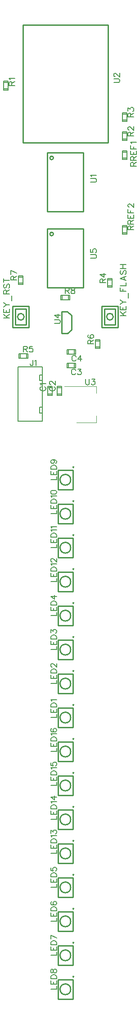
<source format=gto>
G04 Layer: TopSilkLayer*
G04 EasyEDA v6.3.43, 2020-06-07T13:11:06+08:00*
G04 57be81840bc34c5ebe362b8f785087f4,10*
G04 Gerber Generator version 0.2*
G04 Scale: 100 percent, Rotated: No, Reflected: No *
G04 Dimensions in inches *
G04 leading zeros omitted , absolute positions ,2 integer and 4 decimal *
%FSLAX24Y24*%
%MOIN*%
G90*
G70D02*

%ADD10C,0.010000*%
%ADD32C,0.004724*%
%ADD33C,0.007000*%
%ADD34C,0.005080*%
%ADD35C,0.009842*%
%ADD36C,0.006000*%

%LPD*%
G54D10*
G01X3350Y73475D02*
G01X3350Y64815D01*
G01X9650Y64815D01*
G01X9650Y73475D01*
G01X3350Y73475D01*
G01X5948Y22500D02*
G01X5948Y21791D01*
G01X7051Y21791D01*
G01X7051Y23208D01*
G01X5948Y23208D01*
G01X5948Y22500D01*
G54D32*
G01X7322Y44207D02*
G01X8802Y44207D01*
G01X8802Y44704D01*
G01X6436Y46892D02*
G01X8802Y46892D01*
G01X8802Y46396D01*
G54D33*
G01X4800Y44901D02*
G01X4600Y44900D01*
G01X4600Y45350D01*
G01X4800Y45350D01*
G01X3000Y48300D02*
G01X3000Y44300D01*
G01X4800Y44300D01*
G01X4800Y48300D01*
G01X3000Y48300D01*
G01X3000Y48300D01*
G01X4800Y47700D02*
G01X4600Y47700D01*
G01X4600Y47300D01*
G01X4800Y47300D01*
G54D34*
G01X10736Y65076D02*
G01X11063Y65076D01*
G01X11051Y65523D02*
G01X10736Y65523D01*
G01X11063Y65625D02*
G01X11063Y64975D01*
G01X11063Y64975D02*
G01X10736Y64975D01*
G01X10736Y64975D02*
G01X10736Y65625D01*
G01X10736Y65625D02*
G01X11063Y65625D01*
G01X10736Y66476D02*
G01X11063Y66476D01*
G01X11051Y66923D02*
G01X10736Y66923D01*
G01X11063Y67025D02*
G01X11063Y66375D01*
G01X11063Y66375D02*
G01X10736Y66375D01*
G01X10736Y66375D02*
G01X10736Y67025D01*
G01X10736Y67025D02*
G01X11063Y67025D01*
G01X9963Y54723D02*
G01X9636Y54723D01*
G01X9648Y54276D02*
G01X9963Y54276D01*
G01X9636Y54175D02*
G01X9636Y54825D01*
G01X9636Y54825D02*
G01X9963Y54825D01*
G01X9963Y54825D02*
G01X9963Y54175D01*
G01X9963Y54175D02*
G01X9636Y54175D01*
G01X3623Y48936D02*
G01X3623Y49263D01*
G01X3176Y49252D02*
G01X3176Y48936D01*
G01X3075Y49263D02*
G01X3725Y49263D01*
G01X3725Y49263D02*
G01X3725Y48936D01*
G01X3725Y48936D02*
G01X3075Y48936D01*
G01X3075Y48936D02*
G01X3075Y49263D01*
G01X9063Y50223D02*
G01X8736Y50223D01*
G01X8748Y49776D02*
G01X9063Y49776D01*
G01X8736Y49675D02*
G01X8736Y50325D01*
G01X8736Y50325D02*
G01X9063Y50325D01*
G01X9063Y50325D02*
G01X9063Y49675D01*
G01X9063Y49675D02*
G01X8736Y49675D01*
G01X3363Y54923D02*
G01X3036Y54923D01*
G01X3048Y54476D02*
G01X3363Y54476D01*
G01X3036Y54375D02*
G01X3036Y55025D01*
G01X3036Y55025D02*
G01X3363Y55025D01*
G01X3363Y55025D02*
G01X3363Y54375D01*
G01X3363Y54375D02*
G01X3036Y54375D01*
G01X1936Y68796D02*
G01X2263Y68796D01*
G01X2251Y69244D02*
G01X1936Y69244D01*
G01X2263Y69344D02*
G01X2263Y68694D01*
G01X2263Y68694D02*
G01X1936Y68694D01*
G01X1936Y68694D02*
G01X1936Y69344D01*
G01X1936Y69344D02*
G01X2263Y69344D01*
G54D35*
G01X10390Y52789D02*
G01X10390Y51215D01*
G01X9208Y51215D01*
G01X9208Y52789D01*
G01X10390Y52789D01*
G01X10194Y52586D02*
G01X10194Y51405D01*
G01X9406Y51405D01*
G01X9406Y52586D01*
G01X10194Y52586D01*
G01X2609Y51210D02*
G01X2609Y52784D01*
G01X3791Y52784D01*
G01X3791Y51210D01*
G01X2609Y51210D01*
G01X2805Y51413D02*
G01X2805Y52594D01*
G01X3593Y52594D01*
G01X3593Y51413D01*
G01X2805Y51413D01*
G54D10*
G01X6212Y50788D02*
G01X6212Y52379D01*
G01X6610Y52379D01*
G01X6618Y52375D02*
G01X6968Y52107D01*
G01X6968Y51044D01*
G01X6645Y50788D01*
G01X6212Y50788D01*
G54D34*
G01X6723Y53236D02*
G01X6723Y53563D01*
G01X6276Y53552D02*
G01X6276Y53236D01*
G01X6175Y53563D02*
G01X6825Y53563D01*
G01X6825Y53563D02*
G01X6825Y53236D01*
G01X6825Y53236D02*
G01X6175Y53236D01*
G01X6175Y53236D02*
G01X6175Y53563D01*
G54D10*
G01X5948Y25000D02*
G01X5948Y24291D01*
G01X7051Y24291D01*
G01X7051Y25708D01*
G01X5948Y25708D01*
G01X5948Y25000D01*
G01X5948Y27500D02*
G01X5948Y26791D01*
G01X7051Y26791D01*
G01X7051Y28208D01*
G01X5948Y28208D01*
G01X5948Y27500D01*
G01X5948Y30000D02*
G01X5948Y29291D01*
G01X7051Y29291D01*
G01X7051Y30708D01*
G01X5948Y30708D01*
G01X5948Y30000D01*
G01X5948Y10000D02*
G01X5948Y9291D01*
G01X7051Y9291D01*
G01X7051Y10708D01*
G01X5948Y10708D01*
G01X5948Y10000D01*
G01X5948Y7500D02*
G01X5948Y6791D01*
G01X7051Y6791D01*
G01X7051Y8208D01*
G01X5948Y8208D01*
G01X5948Y7500D01*
G01X5948Y5000D02*
G01X5948Y4291D01*
G01X7051Y4291D01*
G01X7051Y5708D01*
G01X5948Y5708D01*
G01X5948Y5000D01*
G01X5948Y2500D02*
G01X5948Y1791D01*
G01X7051Y1791D01*
G01X7051Y3208D01*
G01X5948Y3208D01*
G01X5948Y2500D01*
G01X5948Y40000D02*
G01X5948Y39291D01*
G01X7051Y39291D01*
G01X7051Y40708D01*
G01X5948Y40708D01*
G01X5948Y40000D01*
G01X5948Y37500D02*
G01X5948Y36791D01*
G01X7051Y36791D01*
G01X7051Y38208D01*
G01X5948Y38208D01*
G01X5948Y37500D01*
G01X5948Y35000D02*
G01X5948Y34291D01*
G01X7051Y34291D01*
G01X7051Y35708D01*
G01X5948Y35708D01*
G01X5948Y35000D01*
G01X5948Y32500D02*
G01X5948Y31791D01*
G01X7051Y31791D01*
G01X7051Y33208D01*
G01X5948Y33208D01*
G01X5948Y32500D01*
G01X5948Y12500D02*
G01X5948Y11791D01*
G01X7051Y11791D01*
G01X7051Y13208D01*
G01X5948Y13208D01*
G01X5948Y12500D01*
G01X5948Y15000D02*
G01X5948Y14291D01*
G01X7051Y14291D01*
G01X7051Y15708D01*
G01X5948Y15708D01*
G01X5948Y15000D01*
G01X5948Y17500D02*
G01X5948Y16791D01*
G01X7051Y16791D01*
G01X7051Y18208D01*
G01X5948Y18208D01*
G01X5948Y17500D01*
G01X5948Y20000D02*
G01X5948Y19291D01*
G01X7051Y19291D01*
G01X7051Y20708D01*
G01X5948Y20708D01*
G01X5948Y20000D01*
G54D34*
G01X5513Y46773D02*
G01X5186Y46773D01*
G01X5198Y46326D02*
G01X5513Y46326D01*
G01X5186Y46225D02*
G01X5186Y46875D01*
G01X5186Y46875D02*
G01X5513Y46875D01*
G01X5513Y46875D02*
G01X5513Y46225D01*
G01X5513Y46225D02*
G01X5186Y46225D01*
G01X6213Y46773D02*
G01X5886Y46773D01*
G01X5898Y46326D02*
G01X6213Y46326D01*
G01X5886Y46225D02*
G01X5886Y46875D01*
G01X5886Y46875D02*
G01X6213Y46875D01*
G01X6213Y46875D02*
G01X6213Y46225D01*
G01X6213Y46225D02*
G01X5886Y46225D01*
G01X6726Y48563D02*
G01X6726Y48236D01*
G01X7173Y48248D02*
G01X7173Y48563D01*
G01X7275Y48236D02*
G01X6625Y48236D01*
G01X6625Y48236D02*
G01X6625Y48563D01*
G01X6625Y48563D02*
G01X7275Y48563D01*
G01X7275Y48563D02*
G01X7275Y48236D01*
G01X6726Y49563D02*
G01X6726Y49236D01*
G01X7173Y49248D02*
G01X7173Y49563D01*
G01X7275Y49236D02*
G01X6625Y49236D01*
G01X6625Y49236D02*
G01X6625Y49563D01*
G01X6625Y49563D02*
G01X7275Y49563D01*
G01X7275Y49563D02*
G01X7275Y49236D01*
G01X10736Y63676D02*
G01X11063Y63676D01*
G01X11051Y64123D02*
G01X10736Y64123D01*
G01X11063Y64225D02*
G01X11063Y63575D01*
G01X11063Y63575D02*
G01X10736Y63575D01*
G01X10736Y63575D02*
G01X10736Y64225D01*
G01X10736Y64225D02*
G01X11063Y64225D01*
G01X10736Y58176D02*
G01X11063Y58176D01*
G01X11051Y58623D02*
G01X10736Y58623D01*
G01X11063Y58725D02*
G01X11063Y58075D01*
G01X11063Y58075D02*
G01X10736Y58075D01*
G01X10736Y58075D02*
G01X10736Y58725D01*
G01X10736Y58725D02*
G01X11063Y58725D01*
G54D10*
G01X7840Y64069D02*
G01X7840Y59730D01*
G01X7840Y59730D02*
G01X5159Y59730D01*
G01X5159Y59730D02*
G01X5159Y64069D01*
G01X5159Y64069D02*
G01X7840Y64069D01*
G01X7840Y58469D02*
G01X7840Y54130D01*
G01X7840Y54130D02*
G01X5159Y54130D01*
G01X5159Y54130D02*
G01X5159Y58469D01*
G01X5159Y58469D02*
G01X7840Y58469D01*
G54D36*
G01X10084Y69234D02*
G01X10390Y69234D01*
G01X10453Y69255D01*
G01X10494Y69296D01*
G01X10513Y69358D01*
G01X10513Y69398D01*
G01X10494Y69459D01*
G01X10453Y69501D01*
G01X10390Y69521D01*
G01X10084Y69521D01*
G01X10186Y69677D02*
G01X10165Y69677D01*
G01X10125Y69696D01*
G01X10105Y69717D01*
G01X10084Y69759D01*
G01X10084Y69840D01*
G01X10105Y69881D01*
G01X10125Y69902D01*
G01X10165Y69921D01*
G01X10207Y69921D01*
G01X10248Y69902D01*
G01X10309Y69861D01*
G01X10513Y69656D01*
G01X10513Y69942D01*
G01X5418Y22500D02*
G01X5848Y22500D01*
G01X5848Y22500D02*
G01X5848Y22744D01*
G01X5418Y22880D02*
G01X5848Y22880D01*
G01X5418Y22880D02*
G01X5418Y23146D01*
G01X5623Y22880D02*
G01X5623Y23044D01*
G01X5848Y22880D02*
G01X5848Y23146D01*
G01X5418Y23280D02*
G01X5848Y23280D01*
G01X5418Y23280D02*
G01X5418Y23425D01*
G01X5439Y23486D01*
G01X5480Y23527D01*
G01X5521Y23546D01*
G01X5582Y23567D01*
G01X5684Y23567D01*
G01X5746Y23546D01*
G01X5787Y23527D01*
G01X5827Y23486D01*
G01X5848Y23425D01*
G01X5848Y23280D01*
G01X5500Y23703D02*
G01X5480Y23744D01*
G01X5418Y23805D01*
G01X5848Y23805D01*
G01X7990Y47421D02*
G01X7990Y47115D01*
G01X8010Y47054D01*
G01X8051Y47013D01*
G01X8113Y46992D01*
G01X8154Y46992D01*
G01X8215Y47013D01*
G01X8256Y47054D01*
G01X8276Y47115D01*
G01X8276Y47421D01*
G01X8452Y47421D02*
G01X8677Y47421D01*
G01X8555Y47259D01*
G01X8616Y47259D01*
G01X8657Y47238D01*
G01X8677Y47217D01*
G01X8698Y47157D01*
G01X8698Y47115D01*
G01X8677Y47054D01*
G01X8636Y47013D01*
G01X8575Y46992D01*
G01X8514Y46992D01*
G01X8452Y47013D01*
G01X8432Y47034D01*
G01X8411Y47075D01*
G01X4105Y48829D02*
G01X4105Y48502D01*
G01X4084Y48440D01*
G01X4063Y48419D01*
G01X4023Y48400D01*
G01X3982Y48400D01*
G01X3940Y48419D01*
G01X3919Y48440D01*
G01X3900Y48502D01*
G01X3900Y48542D01*
G01X4240Y48748D02*
G01X4280Y48767D01*
G01X4342Y48829D01*
G01X4342Y48400D01*
G01X11138Y65300D02*
G01X11567Y65300D01*
G01X11138Y65300D02*
G01X11138Y65484D01*
G01X11159Y65544D01*
G01X11178Y65565D01*
G01X11219Y65586D01*
G01X11261Y65586D01*
G01X11301Y65565D01*
G01X11323Y65544D01*
G01X11342Y65484D01*
G01X11342Y65300D01*
G01X11342Y65442D02*
G01X11567Y65586D01*
G01X11240Y65742D02*
G01X11219Y65742D01*
G01X11178Y65761D01*
G01X11159Y65783D01*
G01X11138Y65823D01*
G01X11138Y65905D01*
G01X11159Y65946D01*
G01X11178Y65967D01*
G01X11219Y65986D01*
G01X11261Y65986D01*
G01X11301Y65967D01*
G01X11363Y65926D01*
G01X11567Y65721D01*
G01X11567Y66008D01*
G01X11138Y66700D02*
G01X11567Y66700D01*
G01X11138Y66700D02*
G01X11138Y66884D01*
G01X11159Y66944D01*
G01X11178Y66965D01*
G01X11219Y66986D01*
G01X11261Y66986D01*
G01X11301Y66965D01*
G01X11323Y66944D01*
G01X11342Y66884D01*
G01X11342Y66700D01*
G01X11342Y66842D02*
G01X11567Y66986D01*
G01X11138Y67161D02*
G01X11138Y67386D01*
G01X11301Y67265D01*
G01X11301Y67326D01*
G01X11323Y67367D01*
G01X11342Y67386D01*
G01X11403Y67408D01*
G01X11444Y67408D01*
G01X11507Y67386D01*
G01X11548Y67346D01*
G01X11567Y67284D01*
G01X11567Y67223D01*
G01X11548Y67161D01*
G01X11526Y67142D01*
G01X11486Y67121D01*
G01X9071Y54500D02*
G01X9500Y54500D01*
G01X9071Y54500D02*
G01X9071Y54684D01*
G01X9090Y54744D01*
G01X9111Y54765D01*
G01X9151Y54786D01*
G01X9192Y54786D01*
G01X9234Y54765D01*
G01X9255Y54744D01*
G01X9275Y54684D01*
G01X9275Y54500D01*
G01X9275Y54642D02*
G01X9500Y54786D01*
G01X9071Y55126D02*
G01X9357Y54921D01*
G01X9357Y55228D01*
G01X9071Y55126D02*
G01X9500Y55126D01*
G01X3400Y49829D02*
G01X3400Y49400D01*
G01X3400Y49829D02*
G01X3584Y49829D01*
G01X3644Y49809D01*
G01X3665Y49788D01*
G01X3686Y49748D01*
G01X3686Y49707D01*
G01X3665Y49665D01*
G01X3644Y49644D01*
G01X3584Y49625D01*
G01X3400Y49625D01*
G01X3542Y49625D02*
G01X3686Y49400D01*
G01X4067Y49829D02*
G01X3861Y49829D01*
G01X3842Y49644D01*
G01X3861Y49665D01*
G01X3923Y49686D01*
G01X3984Y49686D01*
G01X4046Y49665D01*
G01X4086Y49625D01*
G01X4107Y49563D01*
G01X4107Y49523D01*
G01X4086Y49461D01*
G01X4046Y49419D01*
G01X3984Y49400D01*
G01X3923Y49400D01*
G01X3861Y49419D01*
G01X3842Y49440D01*
G01X3821Y49482D01*
G01X8171Y50000D02*
G01X8600Y50000D01*
G01X8171Y50000D02*
G01X8171Y50184D01*
G01X8190Y50244D01*
G01X8211Y50265D01*
G01X8251Y50286D01*
G01X8292Y50286D01*
G01X8334Y50265D01*
G01X8355Y50244D01*
G01X8375Y50184D01*
G01X8375Y50000D01*
G01X8375Y50142D02*
G01X8600Y50286D01*
G01X8232Y50667D02*
G01X8190Y50646D01*
G01X8171Y50584D01*
G01X8171Y50544D01*
G01X8190Y50482D01*
G01X8251Y50442D01*
G01X8355Y50421D01*
G01X8457Y50421D01*
G01X8538Y50442D01*
G01X8580Y50482D01*
G01X8600Y50544D01*
G01X8600Y50565D01*
G01X8580Y50626D01*
G01X8538Y50667D01*
G01X8476Y50686D01*
G01X8457Y50686D01*
G01X8396Y50667D01*
G01X8355Y50626D01*
G01X8334Y50565D01*
G01X8334Y50544D01*
G01X8355Y50482D01*
G01X8396Y50442D01*
G01X8457Y50421D01*
G01X2471Y54700D02*
G01X2900Y54700D01*
G01X2471Y54700D02*
G01X2471Y54884D01*
G01X2490Y54944D01*
G01X2511Y54965D01*
G01X2551Y54986D01*
G01X2592Y54986D01*
G01X2634Y54965D01*
G01X2655Y54944D01*
G01X2675Y54884D01*
G01X2675Y54700D01*
G01X2675Y54842D02*
G01X2900Y54986D01*
G01X2471Y55407D02*
G01X2900Y55203D01*
G01X2471Y55121D02*
G01X2471Y55407D01*
G01X2338Y69019D02*
G01X2767Y69019D01*
G01X2338Y69019D02*
G01X2338Y69204D01*
G01X2359Y69265D01*
G01X2378Y69286D01*
G01X2419Y69306D01*
G01X2461Y69306D01*
G01X2501Y69286D01*
G01X2523Y69265D01*
G01X2542Y69204D01*
G01X2542Y69019D01*
G01X2542Y69163D02*
G01X2767Y69306D01*
G01X2419Y69440D02*
G01X2400Y69482D01*
G01X2338Y69544D01*
G01X2767Y69544D01*
G01X10571Y52095D02*
G01X11000Y52095D01*
G01X10571Y52381D02*
G01X10857Y52095D01*
G01X10755Y52197D02*
G01X11000Y52381D01*
G01X10571Y52516D02*
G01X11000Y52516D01*
G01X10571Y52516D02*
G01X10571Y52782D01*
G01X10775Y52516D02*
G01X10775Y52680D01*
G01X11000Y52516D02*
G01X11000Y52782D01*
G01X10571Y52917D02*
G01X10775Y53081D01*
G01X11000Y53081D01*
G01X10571Y53245D02*
G01X10775Y53081D01*
G01X11144Y53380D02*
G01X11144Y53748D01*
G01X10571Y53883D02*
G01X11000Y53883D01*
G01X10571Y53883D02*
G01X10571Y54149D01*
G01X10775Y53883D02*
G01X10775Y54046D01*
G01X10571Y54284D02*
G01X11000Y54284D01*
G01X11000Y54284D02*
G01X11000Y54529D01*
G01X10571Y54828D02*
G01X11000Y54664D01*
G01X10571Y54828D02*
G01X11000Y54991D01*
G01X10857Y54725D02*
G01X10857Y54930D01*
G01X10632Y55413D02*
G01X10591Y55372D01*
G01X10571Y55310D01*
G01X10571Y55229D01*
G01X10591Y55167D01*
G01X10632Y55126D01*
G01X10673Y55126D01*
G01X10714Y55147D01*
G01X10734Y55167D01*
G01X10755Y55208D01*
G01X10796Y55331D01*
G01X10816Y55372D01*
G01X10837Y55392D01*
G01X10878Y55413D01*
G01X10939Y55413D01*
G01X10980Y55372D01*
G01X11000Y55310D01*
G01X11000Y55229D01*
G01X10980Y55167D01*
G01X10939Y55126D01*
G01X10571Y55548D02*
G01X11000Y55548D01*
G01X10571Y55834D02*
G01X11000Y55834D01*
G01X10775Y55548D02*
G01X10775Y55834D01*
G01X1937Y51904D02*
G01X2366Y51904D01*
G01X1937Y52190D02*
G01X2223Y51904D01*
G01X2121Y52006D02*
G01X2366Y52190D01*
G01X1937Y52325D02*
G01X2366Y52325D01*
G01X1937Y52325D02*
G01X1937Y52591D01*
G01X2141Y52325D02*
G01X2141Y52489D01*
G01X2366Y52325D02*
G01X2366Y52591D01*
G01X1937Y52726D02*
G01X2141Y52890D01*
G01X2366Y52890D01*
G01X1937Y53054D02*
G01X2141Y52890D01*
G01X2510Y53189D02*
G01X2510Y53557D01*
G01X1937Y53692D02*
G01X2366Y53692D01*
G01X1937Y53692D02*
G01X1937Y53876D01*
G01X1957Y53937D01*
G01X1978Y53958D01*
G01X2019Y53978D01*
G01X2060Y53978D01*
G01X2100Y53958D01*
G01X2121Y53937D01*
G01X2141Y53876D01*
G01X2141Y53692D01*
G01X2141Y53835D02*
G01X2366Y53978D01*
G01X1998Y54399D02*
G01X1957Y54359D01*
G01X1937Y54297D01*
G01X1937Y54215D01*
G01X1957Y54154D01*
G01X1998Y54113D01*
G01X2039Y54113D01*
G01X2080Y54134D01*
G01X2100Y54154D01*
G01X2121Y54195D01*
G01X2162Y54318D01*
G01X2182Y54359D01*
G01X2203Y54379D01*
G01X2244Y54399D01*
G01X2305Y54399D01*
G01X2346Y54359D01*
G01X2366Y54297D01*
G01X2366Y54215D01*
G01X2346Y54154D01*
G01X2305Y54113D01*
G01X1937Y54678D02*
G01X2366Y54678D01*
G01X1937Y54534D02*
G01X1937Y54821D01*
G01X5682Y51500D02*
G01X5990Y51500D01*
G01X6051Y51519D01*
G01X6092Y51561D01*
G01X6113Y51623D01*
G01X6113Y51663D01*
G01X6092Y51725D01*
G01X6051Y51765D01*
G01X5990Y51786D01*
G01X5682Y51786D01*
G01X5682Y52126D02*
G01X5969Y51921D01*
G01X5969Y52228D01*
G01X5682Y52126D02*
G01X6113Y52126D01*
G01X6500Y54129D02*
G01X6500Y53700D01*
G01X6500Y54129D02*
G01X6684Y54129D01*
G01X6744Y54109D01*
G01X6765Y54088D01*
G01X6786Y54048D01*
G01X6786Y54007D01*
G01X6765Y53965D01*
G01X6744Y53944D01*
G01X6684Y53925D01*
G01X6500Y53925D01*
G01X6642Y53925D02*
G01X6786Y53700D01*
G01X7023Y54129D02*
G01X6961Y54109D01*
G01X6942Y54067D01*
G01X6942Y54027D01*
G01X6961Y53986D01*
G01X7003Y53965D01*
G01X7084Y53944D01*
G01X7146Y53925D01*
G01X7186Y53884D01*
G01X7207Y53842D01*
G01X7207Y53782D01*
G01X7186Y53740D01*
G01X7167Y53719D01*
G01X7105Y53700D01*
G01X7023Y53700D01*
G01X6961Y53719D01*
G01X6942Y53740D01*
G01X6921Y53782D01*
G01X6921Y53842D01*
G01X6942Y53884D01*
G01X6982Y53925D01*
G01X7044Y53944D01*
G01X7126Y53965D01*
G01X7167Y53986D01*
G01X7186Y54027D01*
G01X7186Y54067D01*
G01X7167Y54109D01*
G01X7105Y54129D01*
G01X7023Y54129D01*
G01X5418Y25000D02*
G01X5848Y25000D01*
G01X5848Y25000D02*
G01X5848Y25244D01*
G01X5418Y25380D02*
G01X5848Y25380D01*
G01X5418Y25380D02*
G01X5418Y25646D01*
G01X5623Y25380D02*
G01X5623Y25544D01*
G01X5848Y25380D02*
G01X5848Y25646D01*
G01X5418Y25780D02*
G01X5848Y25780D01*
G01X5418Y25780D02*
G01X5418Y25925D01*
G01X5439Y25986D01*
G01X5480Y26027D01*
G01X5521Y26046D01*
G01X5582Y26067D01*
G01X5684Y26067D01*
G01X5746Y26046D01*
G01X5787Y26027D01*
G01X5827Y25986D01*
G01X5848Y25925D01*
G01X5848Y25780D01*
G01X5521Y26223D02*
G01X5500Y26223D01*
G01X5459Y26244D01*
G01X5439Y26263D01*
G01X5418Y26305D01*
G01X5418Y26386D01*
G01X5439Y26428D01*
G01X5459Y26448D01*
G01X5500Y26469D01*
G01X5541Y26469D01*
G01X5582Y26448D01*
G01X5643Y26407D01*
G01X5848Y26203D01*
G01X5848Y26488D01*
G01X5418Y27500D02*
G01X5848Y27500D01*
G01X5848Y27500D02*
G01X5848Y27744D01*
G01X5418Y27880D02*
G01X5848Y27880D01*
G01X5418Y27880D02*
G01X5418Y28146D01*
G01X5623Y27880D02*
G01X5623Y28044D01*
G01X5848Y27880D02*
G01X5848Y28146D01*
G01X5418Y28280D02*
G01X5848Y28280D01*
G01X5418Y28280D02*
G01X5418Y28425D01*
G01X5439Y28486D01*
G01X5480Y28527D01*
G01X5521Y28546D01*
G01X5582Y28567D01*
G01X5684Y28567D01*
G01X5746Y28546D01*
G01X5787Y28527D01*
G01X5827Y28486D01*
G01X5848Y28425D01*
G01X5848Y28280D01*
G01X5418Y28744D02*
G01X5418Y28969D01*
G01X5582Y28846D01*
G01X5582Y28907D01*
G01X5602Y28948D01*
G01X5623Y28969D01*
G01X5684Y28988D01*
G01X5725Y28988D01*
G01X5787Y28969D01*
G01X5827Y28928D01*
G01X5848Y28865D01*
G01X5848Y28805D01*
G01X5827Y28744D01*
G01X5807Y28723D01*
G01X5766Y28703D01*
G01X5418Y30000D02*
G01X5848Y30000D01*
G01X5848Y30000D02*
G01X5848Y30244D01*
G01X5418Y30380D02*
G01X5848Y30380D01*
G01X5418Y30380D02*
G01X5418Y30646D01*
G01X5623Y30380D02*
G01X5623Y30544D01*
G01X5848Y30380D02*
G01X5848Y30646D01*
G01X5418Y30780D02*
G01X5848Y30780D01*
G01X5418Y30780D02*
G01X5418Y30925D01*
G01X5439Y30986D01*
G01X5480Y31027D01*
G01X5521Y31046D01*
G01X5582Y31067D01*
G01X5684Y31067D01*
G01X5746Y31046D01*
G01X5787Y31027D01*
G01X5827Y30986D01*
G01X5848Y30925D01*
G01X5848Y30780D01*
G01X5418Y31407D02*
G01X5705Y31203D01*
G01X5705Y31509D01*
G01X5418Y31407D02*
G01X5848Y31407D01*
G01X5418Y10000D02*
G01X5848Y10000D01*
G01X5848Y10000D02*
G01X5848Y10244D01*
G01X5418Y10380D02*
G01X5848Y10380D01*
G01X5418Y10380D02*
G01X5418Y10646D01*
G01X5623Y10380D02*
G01X5623Y10544D01*
G01X5848Y10380D02*
G01X5848Y10646D01*
G01X5418Y10780D02*
G01X5848Y10780D01*
G01X5418Y10780D02*
G01X5418Y10925D01*
G01X5439Y10986D01*
G01X5480Y11026D01*
G01X5521Y11046D01*
G01X5582Y11067D01*
G01X5684Y11067D01*
G01X5746Y11046D01*
G01X5787Y11026D01*
G01X5827Y10986D01*
G01X5848Y10925D01*
G01X5848Y10780D01*
G01X5418Y11448D02*
G01X5418Y11244D01*
G01X5602Y11223D01*
G01X5582Y11244D01*
G01X5562Y11305D01*
G01X5562Y11365D01*
G01X5582Y11428D01*
G01X5623Y11469D01*
G01X5684Y11488D01*
G01X5725Y11488D01*
G01X5787Y11469D01*
G01X5827Y11428D01*
G01X5848Y11365D01*
G01X5848Y11305D01*
G01X5827Y11244D01*
G01X5807Y11223D01*
G01X5766Y11203D01*
G01X5418Y7500D02*
G01X5848Y7500D01*
G01X5848Y7500D02*
G01X5848Y7744D01*
G01X5418Y7880D02*
G01X5848Y7880D01*
G01X5418Y7880D02*
G01X5418Y8146D01*
G01X5623Y7880D02*
G01X5623Y8044D01*
G01X5848Y7880D02*
G01X5848Y8146D01*
G01X5418Y8280D02*
G01X5848Y8280D01*
G01X5418Y8280D02*
G01X5418Y8425D01*
G01X5439Y8486D01*
G01X5480Y8526D01*
G01X5521Y8546D01*
G01X5582Y8567D01*
G01X5684Y8567D01*
G01X5746Y8546D01*
G01X5787Y8526D01*
G01X5827Y8486D01*
G01X5848Y8425D01*
G01X5848Y8280D01*
G01X5480Y8948D02*
G01X5439Y8928D01*
G01X5418Y8865D01*
G01X5418Y8825D01*
G01X5439Y8763D01*
G01X5500Y8723D01*
G01X5602Y8703D01*
G01X5705Y8703D01*
G01X5787Y8723D01*
G01X5827Y8763D01*
G01X5848Y8825D01*
G01X5848Y8846D01*
G01X5827Y8907D01*
G01X5787Y8948D01*
G01X5725Y8969D01*
G01X5705Y8969D01*
G01X5643Y8948D01*
G01X5602Y8907D01*
G01X5582Y8846D01*
G01X5582Y8825D01*
G01X5602Y8763D01*
G01X5643Y8723D01*
G01X5705Y8703D01*
G01X5418Y5000D02*
G01X5848Y5000D01*
G01X5848Y5000D02*
G01X5848Y5244D01*
G01X5418Y5380D02*
G01X5848Y5380D01*
G01X5418Y5380D02*
G01X5418Y5646D01*
G01X5623Y5380D02*
G01X5623Y5544D01*
G01X5848Y5380D02*
G01X5848Y5646D01*
G01X5418Y5780D02*
G01X5848Y5780D01*
G01X5418Y5780D02*
G01X5418Y5925D01*
G01X5439Y5986D01*
G01X5480Y6026D01*
G01X5521Y6046D01*
G01X5582Y6067D01*
G01X5684Y6067D01*
G01X5746Y6046D01*
G01X5787Y6026D01*
G01X5827Y5986D01*
G01X5848Y5925D01*
G01X5848Y5780D01*
G01X5418Y6488D02*
G01X5848Y6284D01*
G01X5418Y6203D02*
G01X5418Y6488D01*
G01X5418Y2500D02*
G01X5848Y2500D01*
G01X5848Y2500D02*
G01X5848Y2744D01*
G01X5418Y2880D02*
G01X5848Y2880D01*
G01X5418Y2880D02*
G01X5418Y3146D01*
G01X5623Y2880D02*
G01X5623Y3044D01*
G01X5848Y2880D02*
G01X5848Y3146D01*
G01X5418Y3280D02*
G01X5848Y3280D01*
G01X5418Y3280D02*
G01X5418Y3425D01*
G01X5439Y3486D01*
G01X5480Y3526D01*
G01X5521Y3546D01*
G01X5582Y3567D01*
G01X5684Y3567D01*
G01X5746Y3546D01*
G01X5787Y3526D01*
G01X5827Y3486D01*
G01X5848Y3425D01*
G01X5848Y3280D01*
G01X5418Y3805D02*
G01X5439Y3744D01*
G01X5480Y3723D01*
G01X5521Y3723D01*
G01X5562Y3744D01*
G01X5582Y3784D01*
G01X5602Y3865D01*
G01X5623Y3928D01*
G01X5664Y3969D01*
G01X5705Y3988D01*
G01X5766Y3988D01*
G01X5807Y3969D01*
G01X5827Y3948D01*
G01X5848Y3886D01*
G01X5848Y3805D01*
G01X5827Y3744D01*
G01X5807Y3723D01*
G01X5766Y3703D01*
G01X5705Y3703D01*
G01X5664Y3723D01*
G01X5623Y3763D01*
G01X5602Y3825D01*
G01X5582Y3907D01*
G01X5562Y3948D01*
G01X5521Y3969D01*
G01X5480Y3969D01*
G01X5439Y3948D01*
G01X5418Y3886D01*
G01X5418Y3805D01*
G01X5418Y40000D02*
G01X5848Y40000D01*
G01X5848Y40000D02*
G01X5848Y40244D01*
G01X5418Y40380D02*
G01X5848Y40380D01*
G01X5418Y40380D02*
G01X5418Y40646D01*
G01X5623Y40380D02*
G01X5623Y40544D01*
G01X5848Y40380D02*
G01X5848Y40646D01*
G01X5418Y40780D02*
G01X5848Y40780D01*
G01X5418Y40780D02*
G01X5418Y40925D01*
G01X5439Y40986D01*
G01X5480Y41027D01*
G01X5521Y41046D01*
G01X5582Y41067D01*
G01X5684Y41067D01*
G01X5746Y41046D01*
G01X5787Y41027D01*
G01X5827Y40986D01*
G01X5848Y40925D01*
G01X5848Y40780D01*
G01X5562Y41469D02*
G01X5623Y41448D01*
G01X5664Y41407D01*
G01X5684Y41346D01*
G01X5684Y41325D01*
G01X5664Y41263D01*
G01X5623Y41223D01*
G01X5562Y41203D01*
G01X5541Y41203D01*
G01X5480Y41223D01*
G01X5439Y41263D01*
G01X5418Y41325D01*
G01X5418Y41346D01*
G01X5439Y41407D01*
G01X5480Y41448D01*
G01X5562Y41469D01*
G01X5664Y41469D01*
G01X5766Y41448D01*
G01X5827Y41407D01*
G01X5848Y41346D01*
G01X5848Y41305D01*
G01X5827Y41244D01*
G01X5787Y41223D01*
G01X5418Y37500D02*
G01X5848Y37500D01*
G01X5848Y37500D02*
G01X5848Y37744D01*
G01X5418Y37880D02*
G01X5848Y37880D01*
G01X5418Y37880D02*
G01X5418Y38146D01*
G01X5623Y37880D02*
G01X5623Y38044D01*
G01X5848Y37880D02*
G01X5848Y38146D01*
G01X5418Y38280D02*
G01X5848Y38280D01*
G01X5418Y38280D02*
G01X5418Y38425D01*
G01X5439Y38486D01*
G01X5480Y38527D01*
G01X5521Y38546D01*
G01X5582Y38567D01*
G01X5684Y38567D01*
G01X5746Y38546D01*
G01X5787Y38527D01*
G01X5827Y38486D01*
G01X5848Y38425D01*
G01X5848Y38280D01*
G01X5500Y38703D02*
G01X5480Y38744D01*
G01X5418Y38805D01*
G01X5848Y38805D01*
G01X5418Y39063D02*
G01X5439Y39001D01*
G01X5500Y38959D01*
G01X5602Y38940D01*
G01X5664Y38940D01*
G01X5766Y38959D01*
G01X5827Y39001D01*
G01X5848Y39063D01*
G01X5848Y39104D01*
G01X5827Y39165D01*
G01X5766Y39205D01*
G01X5664Y39226D01*
G01X5602Y39226D01*
G01X5500Y39205D01*
G01X5439Y39165D01*
G01X5418Y39104D01*
G01X5418Y39063D01*
G01X5418Y35000D02*
G01X5848Y35000D01*
G01X5848Y35000D02*
G01X5848Y35244D01*
G01X5418Y35380D02*
G01X5848Y35380D01*
G01X5418Y35380D02*
G01X5418Y35646D01*
G01X5623Y35380D02*
G01X5623Y35544D01*
G01X5848Y35380D02*
G01X5848Y35646D01*
G01X5418Y35780D02*
G01X5848Y35780D01*
G01X5418Y35780D02*
G01X5418Y35925D01*
G01X5439Y35986D01*
G01X5480Y36027D01*
G01X5521Y36046D01*
G01X5582Y36067D01*
G01X5684Y36067D01*
G01X5746Y36046D01*
G01X5787Y36027D01*
G01X5827Y35986D01*
G01X5848Y35925D01*
G01X5848Y35780D01*
G01X5500Y36203D02*
G01X5480Y36244D01*
G01X5418Y36305D01*
G01X5848Y36305D01*
G01X5500Y36440D02*
G01X5480Y36480D01*
G01X5418Y36542D01*
G01X5848Y36542D01*
G01X5418Y32500D02*
G01X5848Y32500D01*
G01X5848Y32500D02*
G01X5848Y32744D01*
G01X5418Y32880D02*
G01X5848Y32880D01*
G01X5418Y32880D02*
G01X5418Y33146D01*
G01X5623Y32880D02*
G01X5623Y33044D01*
G01X5848Y32880D02*
G01X5848Y33146D01*
G01X5418Y33280D02*
G01X5848Y33280D01*
G01X5418Y33280D02*
G01X5418Y33425D01*
G01X5439Y33486D01*
G01X5480Y33527D01*
G01X5521Y33546D01*
G01X5582Y33567D01*
G01X5684Y33567D01*
G01X5746Y33546D01*
G01X5787Y33527D01*
G01X5827Y33486D01*
G01X5848Y33425D01*
G01X5848Y33280D01*
G01X5500Y33703D02*
G01X5480Y33744D01*
G01X5418Y33805D01*
G01X5848Y33805D01*
G01X5521Y33959D02*
G01X5500Y33959D01*
G01X5459Y33980D01*
G01X5439Y34001D01*
G01X5418Y34042D01*
G01X5418Y34123D01*
G01X5439Y34165D01*
G01X5459Y34184D01*
G01X5500Y34205D01*
G01X5541Y34205D01*
G01X5582Y34184D01*
G01X5643Y34144D01*
G01X5848Y33940D01*
G01X5848Y34226D01*
G01X5418Y12500D02*
G01X5848Y12500D01*
G01X5848Y12500D02*
G01X5848Y12744D01*
G01X5418Y12880D02*
G01X5848Y12880D01*
G01X5418Y12880D02*
G01X5418Y13146D01*
G01X5623Y12880D02*
G01X5623Y13044D01*
G01X5848Y12880D02*
G01X5848Y13146D01*
G01X5418Y13280D02*
G01X5848Y13280D01*
G01X5418Y13280D02*
G01X5418Y13425D01*
G01X5439Y13486D01*
G01X5480Y13526D01*
G01X5521Y13546D01*
G01X5582Y13567D01*
G01X5684Y13567D01*
G01X5746Y13546D01*
G01X5787Y13526D01*
G01X5827Y13486D01*
G01X5848Y13425D01*
G01X5848Y13280D01*
G01X5500Y13703D02*
G01X5480Y13744D01*
G01X5418Y13805D01*
G01X5848Y13805D01*
G01X5418Y13980D02*
G01X5418Y14205D01*
G01X5582Y14082D01*
G01X5582Y14144D01*
G01X5602Y14184D01*
G01X5623Y14205D01*
G01X5684Y14226D01*
G01X5725Y14226D01*
G01X5787Y14205D01*
G01X5827Y14165D01*
G01X5848Y14103D01*
G01X5848Y14042D01*
G01X5827Y13980D01*
G01X5807Y13959D01*
G01X5766Y13940D01*
G01X5418Y15000D02*
G01X5848Y15000D01*
G01X5848Y15000D02*
G01X5848Y15244D01*
G01X5418Y15380D02*
G01X5848Y15380D01*
G01X5418Y15380D02*
G01X5418Y15646D01*
G01X5623Y15380D02*
G01X5623Y15544D01*
G01X5848Y15380D02*
G01X5848Y15646D01*
G01X5418Y15780D02*
G01X5848Y15780D01*
G01X5418Y15780D02*
G01X5418Y15925D01*
G01X5439Y15986D01*
G01X5480Y16026D01*
G01X5521Y16046D01*
G01X5582Y16067D01*
G01X5684Y16067D01*
G01X5746Y16046D01*
G01X5787Y16026D01*
G01X5827Y15986D01*
G01X5848Y15925D01*
G01X5848Y15780D01*
G01X5500Y16203D02*
G01X5480Y16244D01*
G01X5418Y16305D01*
G01X5848Y16305D01*
G01X5418Y16644D02*
G01X5705Y16440D01*
G01X5705Y16746D01*
G01X5418Y16644D02*
G01X5848Y16644D01*
G01X5418Y17500D02*
G01X5848Y17500D01*
G01X5848Y17500D02*
G01X5848Y17744D01*
G01X5418Y17880D02*
G01X5848Y17880D01*
G01X5418Y17880D02*
G01X5418Y18146D01*
G01X5623Y17880D02*
G01X5623Y18044D01*
G01X5848Y17880D02*
G01X5848Y18146D01*
G01X5418Y18280D02*
G01X5848Y18280D01*
G01X5418Y18280D02*
G01X5418Y18425D01*
G01X5439Y18486D01*
G01X5480Y18527D01*
G01X5521Y18546D01*
G01X5582Y18567D01*
G01X5684Y18567D01*
G01X5746Y18546D01*
G01X5787Y18527D01*
G01X5827Y18486D01*
G01X5848Y18425D01*
G01X5848Y18280D01*
G01X5500Y18703D02*
G01X5480Y18744D01*
G01X5418Y18805D01*
G01X5848Y18805D01*
G01X5418Y19184D02*
G01X5418Y18980D01*
G01X5602Y18959D01*
G01X5582Y18980D01*
G01X5562Y19042D01*
G01X5562Y19103D01*
G01X5582Y19165D01*
G01X5623Y19205D01*
G01X5684Y19226D01*
G01X5725Y19226D01*
G01X5787Y19205D01*
G01X5827Y19165D01*
G01X5848Y19103D01*
G01X5848Y19042D01*
G01X5827Y18980D01*
G01X5807Y18959D01*
G01X5766Y18940D01*
G01X5418Y20000D02*
G01X5848Y20000D01*
G01X5848Y20000D02*
G01X5848Y20244D01*
G01X5418Y20380D02*
G01X5848Y20380D01*
G01X5418Y20380D02*
G01X5418Y20646D01*
G01X5623Y20380D02*
G01X5623Y20544D01*
G01X5848Y20380D02*
G01X5848Y20646D01*
G01X5418Y20780D02*
G01X5848Y20780D01*
G01X5418Y20780D02*
G01X5418Y20925D01*
G01X5439Y20986D01*
G01X5480Y21027D01*
G01X5521Y21046D01*
G01X5582Y21067D01*
G01X5684Y21067D01*
G01X5746Y21046D01*
G01X5787Y21027D01*
G01X5827Y20986D01*
G01X5848Y20925D01*
G01X5848Y20780D01*
G01X5500Y21203D02*
G01X5480Y21244D01*
G01X5418Y21305D01*
G01X5848Y21305D01*
G01X5480Y21684D02*
G01X5439Y21665D01*
G01X5418Y21603D01*
G01X5418Y21563D01*
G01X5439Y21501D01*
G01X5500Y21459D01*
G01X5602Y21440D01*
G01X5705Y21440D01*
G01X5787Y21459D01*
G01X5827Y21501D01*
G01X5848Y21563D01*
G01X5848Y21582D01*
G01X5827Y21644D01*
G01X5787Y21684D01*
G01X5725Y21705D01*
G01X5705Y21705D01*
G01X5643Y21684D01*
G01X5602Y21644D01*
G01X5582Y21582D01*
G01X5582Y21563D01*
G01X5602Y21501D01*
G01X5643Y21459D01*
G01X5705Y21440D01*
G01X4723Y46857D02*
G01X4682Y46836D01*
G01X4640Y46794D01*
G01X4621Y46755D01*
G01X4621Y46673D01*
G01X4640Y46632D01*
G01X4682Y46590D01*
G01X4723Y46569D01*
G01X4784Y46550D01*
G01X4886Y46550D01*
G01X4948Y46569D01*
G01X4988Y46590D01*
G01X5030Y46632D01*
G01X5050Y46673D01*
G01X5050Y46755D01*
G01X5030Y46794D01*
G01X4988Y46836D01*
G01X4948Y46857D01*
G01X4701Y46992D02*
G01X4682Y47032D01*
G01X4621Y47094D01*
G01X5050Y47094D01*
G01X5423Y46857D02*
G01X5382Y46836D01*
G01X5340Y46794D01*
G01X5321Y46755D01*
G01X5321Y46673D01*
G01X5340Y46632D01*
G01X5382Y46590D01*
G01X5423Y46569D01*
G01X5484Y46550D01*
G01X5586Y46550D01*
G01X5648Y46569D01*
G01X5688Y46590D01*
G01X5730Y46632D01*
G01X5750Y46673D01*
G01X5750Y46755D01*
G01X5730Y46794D01*
G01X5688Y46836D01*
G01X5648Y46857D01*
G01X5423Y47011D02*
G01X5401Y47011D01*
G01X5361Y47032D01*
G01X5340Y47053D01*
G01X5321Y47094D01*
G01X5321Y47176D01*
G01X5340Y47217D01*
G01X5361Y47236D01*
G01X5401Y47257D01*
G01X5442Y47257D01*
G01X5484Y47236D01*
G01X5546Y47196D01*
G01X5750Y46992D01*
G01X5750Y47278D01*
G01X7257Y48059D02*
G01X7236Y48100D01*
G01X7194Y48140D01*
G01X7155Y48161D01*
G01X7073Y48161D01*
G01X7032Y48140D01*
G01X6990Y48100D01*
G01X6969Y48059D01*
G01X6950Y47998D01*
G01X6950Y47896D01*
G01X6969Y47834D01*
G01X6990Y47792D01*
G01X7032Y47752D01*
G01X7073Y47732D01*
G01X7155Y47732D01*
G01X7194Y47752D01*
G01X7236Y47792D01*
G01X7257Y47834D01*
G01X7432Y48161D02*
G01X7657Y48161D01*
G01X7534Y47998D01*
G01X7596Y47998D01*
G01X7636Y47977D01*
G01X7657Y47957D01*
G01X7678Y47896D01*
G01X7678Y47855D01*
G01X7657Y47792D01*
G01X7617Y47752D01*
G01X7555Y47732D01*
G01X7494Y47732D01*
G01X7432Y47752D01*
G01X7411Y47773D01*
G01X7392Y47813D01*
G01X7286Y49057D02*
G01X7265Y49098D01*
G01X7225Y49139D01*
G01X7184Y49159D01*
G01X7103Y49159D01*
G01X7061Y49139D01*
G01X7021Y49098D01*
G01X7000Y49057D01*
G01X6980Y48996D01*
G01X6980Y48894D01*
G01X7000Y48832D01*
G01X7021Y48791D01*
G01X7061Y48750D01*
G01X7103Y48730D01*
G01X7184Y48730D01*
G01X7225Y48750D01*
G01X7265Y48791D01*
G01X7286Y48832D01*
G01X7626Y49159D02*
G01X7421Y48873D01*
G01X7728Y48873D01*
G01X7626Y49159D02*
G01X7626Y48730D01*
G01X11340Y63092D02*
G01X11769Y63092D01*
G01X11340Y63092D02*
G01X11340Y63277D01*
G01X11360Y63338D01*
G01X11380Y63359D01*
G01X11421Y63379D01*
G01X11462Y63379D01*
G01X11503Y63359D01*
G01X11524Y63338D01*
G01X11544Y63277D01*
G01X11544Y63092D01*
G01X11544Y63236D02*
G01X11769Y63379D01*
G01X11340Y63513D02*
G01X11769Y63513D01*
G01X11340Y63513D02*
G01X11340Y63698D01*
G01X11360Y63759D01*
G01X11380Y63780D01*
G01X11421Y63801D01*
G01X11462Y63801D01*
G01X11503Y63780D01*
G01X11524Y63759D01*
G01X11544Y63698D01*
G01X11544Y63513D01*
G01X11544Y63657D02*
G01X11769Y63801D01*
G01X11340Y63936D02*
G01X11769Y63936D01*
G01X11340Y63936D02*
G01X11340Y64202D01*
G01X11544Y63936D02*
G01X11544Y64098D01*
G01X11769Y63936D02*
G01X11769Y64202D01*
G01X11340Y64336D02*
G01X11769Y64336D01*
G01X11340Y64336D02*
G01X11340Y64603D01*
G01X11544Y64336D02*
G01X11544Y64500D01*
G01X11421Y64738D02*
G01X11401Y64778D01*
G01X11340Y64840D01*
G01X11769Y64840D01*
G01X11138Y58400D02*
G01X11567Y58400D01*
G01X11138Y58400D02*
G01X11138Y58584D01*
G01X11159Y58644D01*
G01X11178Y58665D01*
G01X11219Y58686D01*
G01X11261Y58686D01*
G01X11301Y58665D01*
G01X11323Y58644D01*
G01X11342Y58584D01*
G01X11342Y58400D01*
G01X11342Y58542D02*
G01X11567Y58686D01*
G01X11138Y58821D02*
G01X11567Y58821D01*
G01X11138Y58821D02*
G01X11138Y59005D01*
G01X11159Y59067D01*
G01X11178Y59086D01*
G01X11219Y59107D01*
G01X11261Y59107D01*
G01X11301Y59086D01*
G01X11323Y59067D01*
G01X11342Y59005D01*
G01X11342Y58821D01*
G01X11342Y58965D02*
G01X11567Y59107D01*
G01X11138Y59242D02*
G01X11567Y59242D01*
G01X11138Y59242D02*
G01X11138Y59509D01*
G01X11342Y59242D02*
G01X11342Y59405D01*
G01X11567Y59242D02*
G01X11567Y59509D01*
G01X11138Y59644D02*
G01X11567Y59644D01*
G01X11138Y59644D02*
G01X11138Y59909D01*
G01X11342Y59644D02*
G01X11342Y59807D01*
G01X11240Y60065D02*
G01X11219Y60065D01*
G01X11178Y60084D01*
G01X11159Y60105D01*
G01X11138Y60146D01*
G01X11138Y60229D01*
G01X11159Y60269D01*
G01X11178Y60290D01*
G01X11219Y60309D01*
G01X11261Y60309D01*
G01X11301Y60290D01*
G01X11363Y60248D01*
G01X11567Y60044D01*
G01X11567Y60330D01*
G01X8373Y61900D02*
G01X8680Y61900D01*
G01X8740Y61919D01*
G01X8782Y61961D01*
G01X8803Y62023D01*
G01X8803Y62063D01*
G01X8782Y62125D01*
G01X8740Y62165D01*
G01X8680Y62186D01*
G01X8373Y62186D01*
G01X8455Y62321D02*
G01X8434Y62361D01*
G01X8373Y62423D01*
G01X8803Y62423D01*
G01X8373Y56300D02*
G01X8680Y56300D01*
G01X8740Y56319D01*
G01X8782Y56361D01*
G01X8803Y56423D01*
G01X8803Y56463D01*
G01X8782Y56525D01*
G01X8740Y56565D01*
G01X8680Y56586D01*
G01X8373Y56586D01*
G01X8373Y56967D02*
G01X8373Y56761D01*
G01X8557Y56742D01*
G01X8536Y56761D01*
G01X8515Y56823D01*
G01X8515Y56884D01*
G01X8536Y56946D01*
G01X8578Y56986D01*
G01X8638Y57007D01*
G01X8680Y57007D01*
G01X8740Y56986D01*
G01X8782Y56946D01*
G01X8803Y56884D01*
G01X8803Y56823D01*
G01X8782Y56761D01*
G01X8761Y56742D01*
G01X8721Y56721D01*
G54D10*
G75*
G01X6894Y22500D02*
G03X6894Y22500I-394J0D01*
G01*
G75*
G01X7130Y23445D02*
G03X7130Y23445I-39J0D01*
G01*
G75*
G01X10045Y52002D02*
G03X10045Y52002I-246J0D01*
G01*
G75*
G01X3447Y51998D02*
G03X3447Y51998I-246J0D01*
G01*
G75*
G01X6894Y25000D02*
G03X6894Y25000I-394J0D01*
G01*
G75*
G01X7130Y25945D02*
G03X7130Y25945I-39J0D01*
G01*
G75*
G01X6894Y27500D02*
G03X6894Y27500I-394J0D01*
G01*
G75*
G01X7130Y28445D02*
G03X7130Y28445I-39J0D01*
G01*
G75*
G01X6894Y30000D02*
G03X6894Y30000I-394J0D01*
G01*
G75*
G01X7130Y30945D02*
G03X7130Y30945I-39J0D01*
G01*
G75*
G01X6894Y10000D02*
G03X6894Y10000I-394J0D01*
G01*
G75*
G01X7130Y10945D02*
G03X7130Y10945I-39J0D01*
G01*
G75*
G01X6894Y7500D02*
G03X6894Y7500I-394J0D01*
G01*
G75*
G01X7130Y8445D02*
G03X7130Y8445I-39J0D01*
G01*
G75*
G01X6894Y5000D02*
G03X6894Y5000I-394J0D01*
G01*
G75*
G01X7130Y5945D02*
G03X7130Y5945I-39J0D01*
G01*
G75*
G01X6894Y2500D02*
G03X6894Y2500I-394J0D01*
G01*
G75*
G01X7130Y3445D02*
G03X7130Y3445I-39J0D01*
G01*
G75*
G01X6894Y40000D02*
G03X6894Y40000I-394J0D01*
G01*
G75*
G01X7130Y40945D02*
G03X7130Y40945I-39J0D01*
G01*
G75*
G01X6894Y37500D02*
G03X6894Y37500I-394J0D01*
G01*
G75*
G01X7130Y38445D02*
G03X7130Y38445I-39J0D01*
G01*
G75*
G01X6894Y35000D02*
G03X6894Y35000I-394J0D01*
G01*
G75*
G01X7130Y35945D02*
G03X7130Y35945I-39J0D01*
G01*
G75*
G01X6894Y32500D02*
G03X6894Y32500I-394J0D01*
G01*
G75*
G01X7130Y33445D02*
G03X7130Y33445I-39J0D01*
G01*
G75*
G01X6894Y12500D02*
G03X6894Y12500I-394J0D01*
G01*
G75*
G01X7130Y13445D02*
G03X7130Y13445I-39J0D01*
G01*
G75*
G01X6894Y15000D02*
G03X6894Y15000I-394J0D01*
G01*
G75*
G01X7130Y15945D02*
G03X7130Y15945I-39J0D01*
G01*
G75*
G01X6894Y17500D02*
G03X6894Y17500I-394J0D01*
G01*
G75*
G01X7130Y18445D02*
G03X7130Y18445I-39J0D01*
G01*
G75*
G01X6894Y20000D02*
G03X6894Y20000I-394J0D01*
G01*
G75*
G01X7130Y20945D02*
G03X7130Y20945I-39J0D01*
G01*
G75*
G01X5610Y63690D02*
G03X5610Y63690I-130J0D01*
G01*
G75*
G01X5610Y58090D02*
G03X5610Y58090I-130J0D01*
G01*
M00*
M02*

</source>
